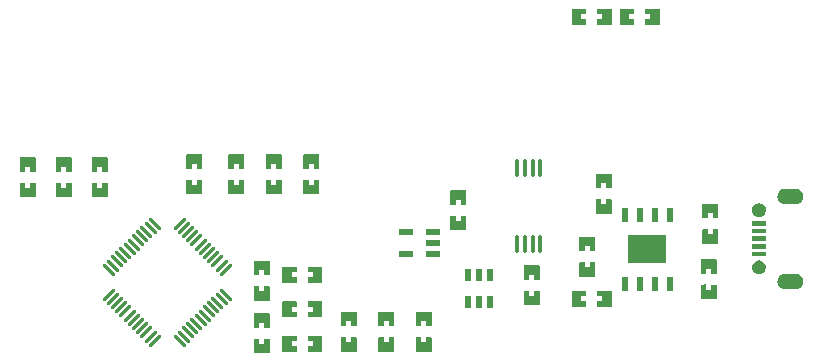
<source format=gtp>
G04 Layer: TopPasteMaskLayer*
G04 EasyEDA v6.5.47, 2024-09-12 04:01:22*
G04 8c6c83d31be245b591d831e4eff4e06b,65b0a26063cb4300b6f9becee83ce362,10*
G04 Gerber Generator version 0.2*
G04 Scale: 100 percent, Rotated: No, Reflected: No *
G04 Dimensions in millimeters *
G04 leading zeros omitted , absolute positions ,4 integer and 5 decimal *
%FSLAX45Y45*%
%MOMM*%

%AMMACRO1*1,1,$1,$2,$3*1,1,$1,$4,$5*20,1,$1,$2,$3,$4,$5,0*%
%ADD10O,0.3999992X1.499997*%
%ADD11MACRO1,0.27X-0.4349X-0.4349X0.4349X0.4349*%
%ADD12MACRO1,0.27X-0.4349X0.4349X0.4349X-0.4349*%
%ADD13R,0.6000X1.2000*%
%ADD14R,3.3000X2.4000*%
%ADD15R,0.5320X1.0720*%
%ADD16R,1.1570X0.4900*%
%ADD17R,1.1750X0.4900*%
%ADD18R,0.0172X0.4900*%

%LPD*%
G36*
X7539329Y-2783687D02*
G01*
X7539329Y-2823718D01*
X7664297Y-2823718D01*
X7664297Y-2783687D01*
G37*
G36*
X7539329Y-3043682D02*
G01*
X7539329Y-3083712D01*
X7664297Y-3083712D01*
X7664297Y-3043682D01*
G37*
G36*
X7539329Y-2848711D02*
G01*
X7539329Y-2888691D01*
X7664297Y-2888691D01*
X7664297Y-2848711D01*
G37*
G36*
X7539329Y-2913684D02*
G01*
X7539329Y-2953715D01*
X7664297Y-2953715D01*
X7664297Y-2913684D01*
G37*
G36*
X7539329Y-2978708D02*
G01*
X7539329Y-3018688D01*
X7664297Y-3018688D01*
X7664297Y-2978708D01*
G37*
G36*
X7601813Y-2631186D02*
G01*
X7577378Y-2636418D01*
X7557211Y-2651048D01*
X7544714Y-2672638D01*
X7542123Y-2697480D01*
X7549845Y-2721203D01*
X7566507Y-2739745D01*
X7589316Y-2749905D01*
X7614259Y-2749905D01*
X7637068Y-2739745D01*
X7653781Y-2721203D01*
X7661452Y-2697480D01*
X7658862Y-2672638D01*
X7646365Y-2651048D01*
X7626197Y-2636418D01*
G37*
G36*
X7601813Y-3116173D02*
G01*
X7577378Y-3121406D01*
X7557211Y-3136036D01*
X7544714Y-3157626D01*
X7542123Y-3182467D01*
X7549845Y-3206191D01*
X7566507Y-3224733D01*
X7589316Y-3234893D01*
X7614259Y-3234893D01*
X7637068Y-3224733D01*
X7653781Y-3206191D01*
X7661452Y-3182467D01*
X7658862Y-3157626D01*
X7646365Y-3136036D01*
X7626197Y-3121406D01*
G37*
G36*
X7821777Y-3228695D02*
G01*
X7815325Y-3229000D01*
X7808925Y-3229965D01*
X7802625Y-3231591D01*
X7796530Y-3233775D01*
X7790688Y-3236620D01*
X7785201Y-3239973D01*
X7780020Y-3243884D01*
X7775244Y-3248304D01*
X7770977Y-3253181D01*
X7767218Y-3258413D01*
X7763967Y-3264052D01*
X7761274Y-3269945D01*
X7759242Y-3276092D01*
X7757769Y-3282391D01*
X7757007Y-3288842D01*
X7756804Y-3295294D01*
X7757312Y-3301796D01*
X7758430Y-3308146D01*
X7760208Y-3314395D01*
X7762544Y-3320440D01*
X7765491Y-3326180D01*
X7769047Y-3331616D01*
X7773060Y-3336696D01*
X7777581Y-3341319D01*
X7782559Y-3345484D01*
X7787894Y-3349142D01*
X7793583Y-3352241D01*
X7799578Y-3354781D01*
X7805775Y-3356660D01*
X7812125Y-3357981D01*
X7818577Y-3358591D01*
X7911795Y-3358692D01*
X7918297Y-3358387D01*
X7924698Y-3357422D01*
X7930946Y-3355797D01*
X7937042Y-3353612D01*
X7942884Y-3350768D01*
X7948422Y-3347415D01*
X7953603Y-3343503D01*
X7958328Y-3339084D01*
X7962646Y-3334207D01*
X7966405Y-3328974D01*
X7969656Y-3323336D01*
X7972298Y-3317443D01*
X7974380Y-3311296D01*
X7975803Y-3304997D01*
X7976616Y-3298545D01*
X7976768Y-3292094D01*
X7976311Y-3285591D01*
X7975193Y-3279241D01*
X7973415Y-3272993D01*
X7971028Y-3266948D01*
X7968081Y-3261207D01*
X7964576Y-3255772D01*
X7960563Y-3250692D01*
X7955991Y-3246069D01*
X7951063Y-3241903D01*
X7945678Y-3238246D01*
X7939989Y-3235147D01*
X7934045Y-3232607D01*
X7927848Y-3230727D01*
X7921498Y-3229406D01*
X7915046Y-3228797D01*
G37*
G36*
X7821777Y-2508707D02*
G01*
X7815325Y-2509012D01*
X7808925Y-2509977D01*
X7802625Y-2511602D01*
X7796530Y-2513787D01*
X7790688Y-2516632D01*
X7785201Y-2519984D01*
X7780020Y-2523896D01*
X7775244Y-2528316D01*
X7770977Y-2533192D01*
X7767218Y-2538425D01*
X7763967Y-2544064D01*
X7761274Y-2549956D01*
X7759242Y-2556103D01*
X7757769Y-2562402D01*
X7757007Y-2568854D01*
X7756804Y-2575306D01*
X7757312Y-2581808D01*
X7758430Y-2588158D01*
X7760208Y-2594406D01*
X7762544Y-2600452D01*
X7765491Y-2606192D01*
X7769047Y-2611628D01*
X7773060Y-2616708D01*
X7777581Y-2621330D01*
X7782559Y-2625496D01*
X7787894Y-2629154D01*
X7793583Y-2632252D01*
X7799578Y-2634792D01*
X7805775Y-2636672D01*
X7812125Y-2637993D01*
X7818577Y-2638602D01*
X7911795Y-2638704D01*
X7918297Y-2638399D01*
X7924698Y-2637434D01*
X7930946Y-2635808D01*
X7937042Y-2633624D01*
X7942884Y-2630779D01*
X7948422Y-2627426D01*
X7953603Y-2623515D01*
X7958328Y-2619095D01*
X7962646Y-2614218D01*
X7966405Y-2608986D01*
X7969656Y-2603347D01*
X7972298Y-2597454D01*
X7974380Y-2591308D01*
X7975803Y-2585008D01*
X7976616Y-2578557D01*
X7976768Y-2572105D01*
X7976311Y-2565603D01*
X7975193Y-2559253D01*
X7973415Y-2553004D01*
X7971028Y-2546959D01*
X7968081Y-2541219D01*
X7964576Y-2535783D01*
X7960563Y-2530703D01*
X7955991Y-2526080D01*
X7951063Y-2521915D01*
X7945678Y-2518257D01*
X7939989Y-2515158D01*
X7934045Y-2512618D01*
X7927848Y-2510739D01*
X7921498Y-2509418D01*
X7915046Y-2508808D01*
G37*
G36*
X7152487Y-3321100D02*
G01*
X7111492Y-3321608D01*
X7106513Y-3326587D01*
X7106513Y-3441598D01*
X7111492Y-3446627D01*
X7239508Y-3446627D01*
X7244486Y-3441598D01*
X7244486Y-3326587D01*
X7239508Y-3321608D01*
X7197496Y-3322116D01*
X7197496Y-3366109D01*
X7152487Y-3366109D01*
G37*
G36*
X7111492Y-3106623D02*
G01*
X7106513Y-3111601D01*
X7106513Y-3226612D01*
X7111492Y-3231591D01*
X7152487Y-3231083D01*
X7152487Y-3187090D01*
X7197496Y-3187090D01*
X7197496Y-3231591D01*
X7239508Y-3231591D01*
X7244486Y-3226612D01*
X7244486Y-3111601D01*
X7239508Y-3106623D01*
G37*
G36*
X6263487Y-2597200D02*
G01*
X6222492Y-2597708D01*
X6217513Y-2602687D01*
X6217513Y-2717698D01*
X6222492Y-2722727D01*
X6350508Y-2722727D01*
X6355486Y-2717698D01*
X6355486Y-2602687D01*
X6350508Y-2597708D01*
X6308496Y-2598216D01*
X6308496Y-2642209D01*
X6263487Y-2642209D01*
G37*
G36*
X6222492Y-2382723D02*
G01*
X6217513Y-2387701D01*
X6217513Y-2502712D01*
X6222492Y-2507691D01*
X6263487Y-2507183D01*
X6263487Y-2463190D01*
X6308496Y-2463190D01*
X6308496Y-2507691D01*
X6350508Y-2507691D01*
X6355486Y-2502712D01*
X6355486Y-2387701D01*
X6350508Y-2382723D01*
G37*
G36*
X6019901Y-3372713D02*
G01*
X6014872Y-3377692D01*
X6014872Y-3505708D01*
X6019901Y-3510686D01*
X6134912Y-3510686D01*
X6139891Y-3505708D01*
X6139383Y-3463696D01*
X6095390Y-3463696D01*
X6095390Y-3418687D01*
X6140399Y-3418687D01*
X6139891Y-3377692D01*
X6134912Y-3372713D01*
G37*
G36*
X6234887Y-3372713D02*
G01*
X6229908Y-3377692D01*
X6230416Y-3418687D01*
X6274409Y-3418687D01*
X6274409Y-3463696D01*
X6229908Y-3463696D01*
X6229908Y-3505708D01*
X6234887Y-3510686D01*
X6349898Y-3510686D01*
X6354876Y-3505708D01*
X6354876Y-3377692D01*
X6349898Y-3372713D01*
G37*
G36*
X6082792Y-2916072D02*
G01*
X6077813Y-2921101D01*
X6077813Y-3036112D01*
X6082792Y-3041091D01*
X6124803Y-3040583D01*
X6124803Y-2996590D01*
X6169812Y-2996590D01*
X6169812Y-3041599D01*
X6210808Y-3041091D01*
X6215786Y-3036112D01*
X6215786Y-2921101D01*
X6210808Y-2916072D01*
G37*
G36*
X6082792Y-3131108D02*
G01*
X6077813Y-3136087D01*
X6077813Y-3251098D01*
X6082792Y-3256076D01*
X6210808Y-3256076D01*
X6215786Y-3251098D01*
X6215786Y-3136087D01*
X6210808Y-3131108D01*
X6169812Y-3131616D01*
X6169812Y-3175609D01*
X6124803Y-3175609D01*
X6124803Y-3131108D01*
G37*
G36*
X2755392Y-2217572D02*
G01*
X2750413Y-2222601D01*
X2750413Y-2337612D01*
X2755392Y-2342591D01*
X2797403Y-2342083D01*
X2797403Y-2298090D01*
X2842412Y-2298090D01*
X2842412Y-2343099D01*
X2883408Y-2342591D01*
X2888386Y-2337612D01*
X2888386Y-2222601D01*
X2883408Y-2217572D01*
G37*
G36*
X2755392Y-2432608D02*
G01*
X2750413Y-2437587D01*
X2750413Y-2552598D01*
X2755392Y-2557576D01*
X2883408Y-2557576D01*
X2888386Y-2552598D01*
X2888386Y-2437587D01*
X2883408Y-2432608D01*
X2842412Y-2433116D01*
X2842412Y-2477109D01*
X2797403Y-2477109D01*
X2797403Y-2432608D01*
G37*
G36*
X3110992Y-2217572D02*
G01*
X3106013Y-2222601D01*
X3106013Y-2337612D01*
X3110992Y-2342591D01*
X3153003Y-2342083D01*
X3153003Y-2298090D01*
X3198012Y-2298090D01*
X3198012Y-2343099D01*
X3239008Y-2342591D01*
X3243986Y-2337612D01*
X3243986Y-2222601D01*
X3239008Y-2217572D01*
G37*
G36*
X3110992Y-2432608D02*
G01*
X3106013Y-2437587D01*
X3106013Y-2552598D01*
X3110992Y-2557576D01*
X3239008Y-2557576D01*
X3243986Y-2552598D01*
X3243986Y-2437587D01*
X3239008Y-2432608D01*
X3198012Y-2433116D01*
X3198012Y-2477109D01*
X3153003Y-2477109D01*
X3153003Y-2432608D01*
G37*
G36*
X3428492Y-2217572D02*
G01*
X3423513Y-2222601D01*
X3423513Y-2337612D01*
X3428492Y-2342591D01*
X3470503Y-2342083D01*
X3470503Y-2298090D01*
X3515512Y-2298090D01*
X3515512Y-2343099D01*
X3556508Y-2342591D01*
X3561486Y-2337612D01*
X3561486Y-2222601D01*
X3556508Y-2217572D01*
G37*
G36*
X3428492Y-2432608D02*
G01*
X3423513Y-2437587D01*
X3423513Y-2552598D01*
X3428492Y-2557576D01*
X3556508Y-2557576D01*
X3561486Y-2552598D01*
X3561486Y-2437587D01*
X3556508Y-2432608D01*
X3515512Y-2433116D01*
X3515512Y-2477109D01*
X3470503Y-2477109D01*
X3470503Y-2432608D01*
G37*
G36*
X3745992Y-2217572D02*
G01*
X3741013Y-2222601D01*
X3741013Y-2337612D01*
X3745992Y-2342591D01*
X3788003Y-2342083D01*
X3788003Y-2298090D01*
X3833012Y-2298090D01*
X3833012Y-2343099D01*
X3874008Y-2342591D01*
X3878986Y-2337612D01*
X3878986Y-2222601D01*
X3874008Y-2217572D01*
G37*
G36*
X3745992Y-2432608D02*
G01*
X3741013Y-2437587D01*
X3741013Y-2552598D01*
X3745992Y-2557576D01*
X3874008Y-2557576D01*
X3878986Y-2552598D01*
X3878986Y-2437587D01*
X3874008Y-2432608D01*
X3833012Y-2433116D01*
X3833012Y-2477109D01*
X3788003Y-2477109D01*
X3788003Y-2432608D01*
G37*
G36*
X6234887Y-985113D02*
G01*
X6229908Y-990092D01*
X6230416Y-1032103D01*
X6274409Y-1032103D01*
X6274409Y-1077112D01*
X6229400Y-1077112D01*
X6229908Y-1118108D01*
X6234887Y-1123086D01*
X6349898Y-1123086D01*
X6354927Y-1118108D01*
X6354927Y-990092D01*
X6349898Y-985113D01*
G37*
G36*
X6019901Y-985113D02*
G01*
X6014923Y-990092D01*
X6014923Y-1118108D01*
X6019901Y-1123086D01*
X6134912Y-1123086D01*
X6139891Y-1118108D01*
X6139383Y-1077112D01*
X6095390Y-1077112D01*
X6095390Y-1032103D01*
X6139891Y-1032103D01*
X6139891Y-990092D01*
X6134912Y-985113D01*
G37*
G36*
X6426301Y-985113D02*
G01*
X6421272Y-990092D01*
X6421272Y-1118108D01*
X6426301Y-1123086D01*
X6541312Y-1123086D01*
X6546291Y-1118108D01*
X6545783Y-1076096D01*
X6501790Y-1076096D01*
X6501790Y-1031087D01*
X6546799Y-1031087D01*
X6546291Y-990092D01*
X6541312Y-985113D01*
G37*
G36*
X6641287Y-985113D02*
G01*
X6636308Y-990092D01*
X6636816Y-1031087D01*
X6680809Y-1031087D01*
X6680809Y-1076096D01*
X6636308Y-1076096D01*
X6636308Y-1118108D01*
X6641287Y-1123086D01*
X6756298Y-1123086D01*
X6761276Y-1118108D01*
X6761276Y-990092D01*
X6756298Y-985113D01*
G37*
G36*
X3568293Y-3753713D02*
G01*
X3563315Y-3758692D01*
X3563315Y-3886708D01*
X3568293Y-3891686D01*
X3683304Y-3891686D01*
X3688283Y-3886708D01*
X3687826Y-3844696D01*
X3643782Y-3844696D01*
X3643782Y-3799687D01*
X3688791Y-3799687D01*
X3688283Y-3758692D01*
X3683304Y-3753713D01*
G37*
G36*
X3784295Y-3753713D02*
G01*
X3779316Y-3758692D01*
X3779774Y-3800703D01*
X3823817Y-3800703D01*
X3823817Y-3845712D01*
X3778808Y-3845712D01*
X3779316Y-3886708D01*
X3784295Y-3891686D01*
X3899306Y-3891686D01*
X3904284Y-3886708D01*
X3904284Y-3758692D01*
X3899306Y-3753713D01*
G37*
G36*
X3568293Y-3461613D02*
G01*
X3563315Y-3466592D01*
X3563315Y-3594608D01*
X3568293Y-3599586D01*
X3683304Y-3599586D01*
X3688283Y-3594608D01*
X3687826Y-3552596D01*
X3643782Y-3552596D01*
X3643782Y-3507587D01*
X3688791Y-3507587D01*
X3688283Y-3466592D01*
X3683304Y-3461613D01*
G37*
G36*
X3784295Y-3461613D02*
G01*
X3779316Y-3466592D01*
X3779774Y-3508603D01*
X3823817Y-3508603D01*
X3823817Y-3553612D01*
X3778808Y-3553612D01*
X3779316Y-3594608D01*
X3784295Y-3599586D01*
X3899306Y-3599586D01*
X3904284Y-3594608D01*
X3904284Y-3466592D01*
X3899306Y-3461613D01*
G37*
G36*
X3568293Y-3169513D02*
G01*
X3563315Y-3174492D01*
X3563315Y-3302508D01*
X3568293Y-3307486D01*
X3683304Y-3307486D01*
X3688283Y-3302508D01*
X3687826Y-3260496D01*
X3643782Y-3260496D01*
X3643782Y-3215487D01*
X3688791Y-3215487D01*
X3688283Y-3174492D01*
X3683304Y-3169513D01*
G37*
G36*
X3784295Y-3169513D02*
G01*
X3779316Y-3174492D01*
X3779774Y-3216503D01*
X3823817Y-3216503D01*
X3823817Y-3261512D01*
X3778808Y-3261512D01*
X3779316Y-3302508D01*
X3784295Y-3307486D01*
X3899306Y-3307486D01*
X3904284Y-3302508D01*
X3904284Y-3174492D01*
X3899306Y-3169513D01*
G37*
G36*
X3326892Y-3563315D02*
G01*
X3321913Y-3568293D01*
X3321913Y-3683304D01*
X3326892Y-3688283D01*
X3368903Y-3687826D01*
X3368903Y-3643782D01*
X3413912Y-3643782D01*
X3413912Y-3688791D01*
X3454908Y-3688283D01*
X3459886Y-3683304D01*
X3459886Y-3568293D01*
X3454908Y-3563315D01*
G37*
G36*
X3367887Y-3778808D02*
G01*
X3326892Y-3779316D01*
X3321913Y-3784295D01*
X3321913Y-3899306D01*
X3326892Y-3904284D01*
X3454908Y-3904284D01*
X3459886Y-3899306D01*
X3459886Y-3784295D01*
X3454908Y-3779316D01*
X3412896Y-3779774D01*
X3412896Y-3823817D01*
X3367887Y-3823817D01*
G37*
G36*
X3367887Y-3334308D02*
G01*
X3326892Y-3334816D01*
X3321913Y-3339795D01*
X3321913Y-3454806D01*
X3326892Y-3459784D01*
X3454908Y-3459784D01*
X3459886Y-3454806D01*
X3459886Y-3339795D01*
X3454908Y-3334816D01*
X3412896Y-3335274D01*
X3412896Y-3379317D01*
X3367887Y-3379317D01*
G37*
G36*
X3326892Y-3118815D02*
G01*
X3321913Y-3123793D01*
X3321913Y-3238804D01*
X3326892Y-3243783D01*
X3368903Y-3243326D01*
X3368903Y-3199282D01*
X3413912Y-3199282D01*
X3413912Y-3244291D01*
X3454908Y-3243783D01*
X3459886Y-3238804D01*
X3459886Y-3123793D01*
X3454908Y-3118815D01*
G37*
G36*
X1345692Y-2242515D02*
G01*
X1340713Y-2247493D01*
X1340713Y-2362504D01*
X1345692Y-2367483D01*
X1387703Y-2367026D01*
X1387703Y-2322982D01*
X1432712Y-2322982D01*
X1432712Y-2367991D01*
X1473708Y-2367483D01*
X1478686Y-2362504D01*
X1478686Y-2247493D01*
X1473708Y-2242515D01*
G37*
G36*
X1386687Y-2458008D02*
G01*
X1345692Y-2458516D01*
X1340713Y-2463495D01*
X1340713Y-2578506D01*
X1345692Y-2583484D01*
X1473708Y-2583484D01*
X1478686Y-2578506D01*
X1478686Y-2463495D01*
X1473708Y-2458516D01*
X1431696Y-2458974D01*
X1431696Y-2503017D01*
X1386687Y-2503017D01*
G37*
G36*
X1650492Y-2242515D02*
G01*
X1645513Y-2247493D01*
X1645513Y-2362504D01*
X1650492Y-2367483D01*
X1692503Y-2367026D01*
X1692503Y-2322982D01*
X1737512Y-2322982D01*
X1737512Y-2367991D01*
X1778507Y-2367483D01*
X1783486Y-2362504D01*
X1783486Y-2247493D01*
X1778507Y-2242515D01*
G37*
G36*
X1691487Y-2458008D02*
G01*
X1650492Y-2458516D01*
X1645513Y-2463495D01*
X1645513Y-2578506D01*
X1650492Y-2583484D01*
X1778507Y-2583484D01*
X1783486Y-2578506D01*
X1783486Y-2463495D01*
X1778507Y-2458516D01*
X1736496Y-2458974D01*
X1736496Y-2503017D01*
X1691487Y-2503017D01*
G37*
G36*
X1955292Y-2242515D02*
G01*
X1950313Y-2247493D01*
X1950313Y-2362504D01*
X1955292Y-2367483D01*
X1997303Y-2367026D01*
X1997303Y-2322982D01*
X2042312Y-2322982D01*
X2042312Y-2367991D01*
X2083307Y-2367483D01*
X2088286Y-2362504D01*
X2088286Y-2247493D01*
X2083307Y-2242515D01*
G37*
G36*
X1996287Y-2458008D02*
G01*
X1955292Y-2458516D01*
X1950313Y-2463495D01*
X1950313Y-2578506D01*
X1955292Y-2583484D01*
X2083307Y-2583484D01*
X2088286Y-2578506D01*
X2088286Y-2463495D01*
X2083307Y-2458516D01*
X2041296Y-2458974D01*
X2041296Y-2503017D01*
X1996287Y-2503017D01*
G37*
G36*
X7124192Y-2636215D02*
G01*
X7119213Y-2641193D01*
X7119213Y-2756204D01*
X7124192Y-2761183D01*
X7166203Y-2760726D01*
X7166203Y-2716682D01*
X7211212Y-2716682D01*
X7211212Y-2761691D01*
X7252208Y-2761183D01*
X7257186Y-2756204D01*
X7257186Y-2641193D01*
X7252208Y-2636215D01*
G37*
G36*
X7165187Y-2851708D02*
G01*
X7124192Y-2852216D01*
X7119213Y-2857195D01*
X7119213Y-2972206D01*
X7124192Y-2977184D01*
X7252208Y-2977184D01*
X7257186Y-2972206D01*
X7257186Y-2857195D01*
X7252208Y-2852216D01*
X7210196Y-2852674D01*
X7210196Y-2896717D01*
X7165187Y-2896717D01*
G37*
G36*
X5653887Y-3372408D02*
G01*
X5612892Y-3372916D01*
X5607913Y-3377895D01*
X5607913Y-3492906D01*
X5612892Y-3497884D01*
X5740908Y-3497884D01*
X5745886Y-3492906D01*
X5745886Y-3377895D01*
X5740908Y-3372916D01*
X5698896Y-3373374D01*
X5698896Y-3417417D01*
X5653887Y-3417417D01*
G37*
G36*
X5612892Y-3156915D02*
G01*
X5607913Y-3161893D01*
X5607913Y-3276904D01*
X5612892Y-3281883D01*
X5654903Y-3281426D01*
X5654903Y-3237382D01*
X5699912Y-3237382D01*
X5699912Y-3282391D01*
X5740908Y-3281883D01*
X5745886Y-3276904D01*
X5745886Y-3161893D01*
X5740908Y-3156915D01*
G37*
G36*
X4698492Y-3550615D02*
G01*
X4693513Y-3555593D01*
X4693513Y-3670604D01*
X4698492Y-3675583D01*
X4740503Y-3675126D01*
X4740503Y-3631082D01*
X4785512Y-3631082D01*
X4785512Y-3676091D01*
X4826508Y-3675583D01*
X4831486Y-3670604D01*
X4831486Y-3555593D01*
X4826508Y-3550615D01*
G37*
G36*
X4739487Y-3766108D02*
G01*
X4698492Y-3766616D01*
X4693513Y-3771595D01*
X4693513Y-3886606D01*
X4698492Y-3891584D01*
X4826508Y-3891584D01*
X4831486Y-3886606D01*
X4831486Y-3771595D01*
X4826508Y-3766616D01*
X4784496Y-3767074D01*
X4784496Y-3811117D01*
X4739487Y-3811117D01*
G37*
G36*
X4990592Y-2521915D02*
G01*
X4985613Y-2526893D01*
X4985613Y-2641904D01*
X4990592Y-2646883D01*
X5032603Y-2646426D01*
X5032603Y-2602382D01*
X5077612Y-2602382D01*
X5077612Y-2647391D01*
X5118608Y-2646883D01*
X5123586Y-2641904D01*
X5123586Y-2526893D01*
X5118608Y-2521915D01*
G37*
G36*
X5031587Y-2737408D02*
G01*
X4990592Y-2737916D01*
X4985613Y-2742895D01*
X4985613Y-2857906D01*
X4990592Y-2862884D01*
X5118608Y-2862884D01*
X5123586Y-2857906D01*
X5123586Y-2742895D01*
X5118608Y-2737916D01*
X5076596Y-2738374D01*
X5076596Y-2782417D01*
X5031587Y-2782417D01*
G37*
G36*
X4421987Y-3766108D02*
G01*
X4380992Y-3766616D01*
X4376013Y-3771595D01*
X4376013Y-3886606D01*
X4380992Y-3891584D01*
X4509008Y-3891584D01*
X4513986Y-3886606D01*
X4513986Y-3771595D01*
X4509008Y-3766616D01*
X4466996Y-3767074D01*
X4466996Y-3811117D01*
X4421987Y-3811117D01*
G37*
G36*
X4380992Y-3550615D02*
G01*
X4376013Y-3555593D01*
X4376013Y-3670604D01*
X4380992Y-3675583D01*
X4423003Y-3675126D01*
X4423003Y-3631082D01*
X4468012Y-3631082D01*
X4468012Y-3676091D01*
X4509008Y-3675583D01*
X4513986Y-3670604D01*
X4513986Y-3555593D01*
X4509008Y-3550615D01*
G37*
G36*
X4104487Y-3766108D02*
G01*
X4063492Y-3766616D01*
X4058513Y-3771595D01*
X4058513Y-3886606D01*
X4063492Y-3891584D01*
X4191508Y-3891584D01*
X4196486Y-3886606D01*
X4196486Y-3771595D01*
X4191508Y-3766616D01*
X4149496Y-3767074D01*
X4149496Y-3811117D01*
X4104487Y-3811117D01*
G37*
G36*
X4063492Y-3550615D02*
G01*
X4058513Y-3555593D01*
X4058513Y-3670604D01*
X4063492Y-3675583D01*
X4105503Y-3675126D01*
X4105503Y-3631082D01*
X4150512Y-3631082D01*
X4150512Y-3676091D01*
X4191508Y-3675583D01*
X4196486Y-3670604D01*
X4196486Y-3555593D01*
X4191508Y-3550615D01*
G37*
D10*
G01*
X5553963Y-2974339D03*
G01*
X5618988Y-2974339D03*
G01*
X5684011Y-2974339D03*
G01*
X5749036Y-2974339D03*
G01*
X5553963Y-2334260D03*
G01*
X5618988Y-2334260D03*
G01*
X5684011Y-2334260D03*
G01*
X5749036Y-2334260D03*
D11*
G01*
X2095830Y-3408070D03*
G01*
X2131187Y-3443427D03*
G01*
X2166543Y-3478758D03*
G01*
X2201900Y-3514140D03*
G01*
X2237257Y-3549472D03*
G01*
X2272614Y-3584854D03*
G01*
X2307945Y-3620185D03*
G01*
X2343327Y-3655542D03*
G01*
X2378659Y-3690899D03*
G01*
X2414041Y-3726256D03*
G01*
X2449372Y-3761613D03*
G01*
X2484729Y-3796969D03*
D12*
G01*
X2696870Y-3796969D03*
G01*
X2732227Y-3761613D03*
G01*
X2767558Y-3726256D03*
G01*
X2802940Y-3690899D03*
G01*
X2838272Y-3655542D03*
G01*
X2873654Y-3620185D03*
G01*
X2908985Y-3584854D03*
G01*
X2944342Y-3549472D03*
G01*
X2979699Y-3514140D03*
G01*
X3015056Y-3478758D03*
G01*
X3050412Y-3443427D03*
G01*
X3085769Y-3408070D03*
D11*
G01*
X3085769Y-3195955D03*
G01*
X3050412Y-3160572D03*
G01*
X3015056Y-3125241D03*
G01*
X2979699Y-3089859D03*
G01*
X2944342Y-3054527D03*
G01*
X2908985Y-3019171D03*
G01*
X2873654Y-2983814D03*
G01*
X2838272Y-2948457D03*
G01*
X2802940Y-2913100D03*
G01*
X2767558Y-2877743D03*
G01*
X2732227Y-2842386D03*
G01*
X2696870Y-2807030D03*
D12*
G01*
X2484729Y-2807030D03*
G01*
X2449372Y-2842386D03*
G01*
X2414041Y-2877743D03*
G01*
X2378659Y-2913100D03*
G01*
X2343327Y-2948457D03*
G01*
X2307945Y-2983814D03*
G01*
X2272614Y-3019171D03*
G01*
X2237257Y-3054527D03*
G01*
X2201900Y-3089859D03*
G01*
X2166543Y-3125241D03*
G01*
X2131187Y-3160572D03*
G01*
X2095830Y-3195955D03*
D13*
G01*
X6845300Y-2731770D03*
G01*
X6718300Y-2731770D03*
G01*
X6591300Y-2731770D03*
G01*
X6464300Y-2731770D03*
G01*
X6464300Y-3313429D03*
G01*
X6591300Y-3313429D03*
G01*
X6718300Y-3313429D03*
G01*
X6845300Y-3313429D03*
D14*
G01*
X6654800Y-3022600D03*
D15*
G01*
X5327395Y-3237890D03*
G01*
X5232400Y-3237890D03*
G01*
X5137404Y-3237890D03*
G01*
X5137404Y-3467709D03*
G01*
X5232400Y-3467709D03*
G01*
X5327395Y-3467709D03*
D16*
G01*
X4839766Y-3066795D03*
G01*
X4839766Y-2971800D03*
G01*
X4839766Y-2876804D03*
D17*
G01*
X4609033Y-2876804D03*
G01*
X4609033Y-3066795D03*
M02*

</source>
